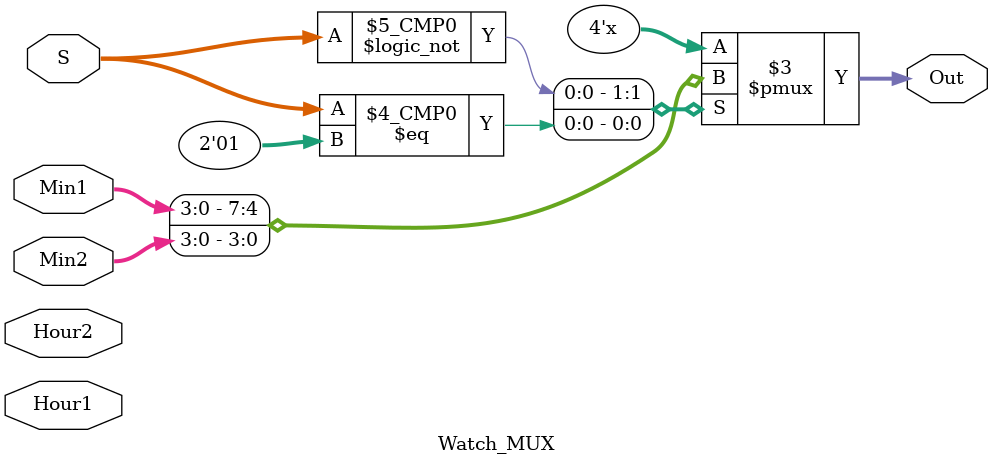
<source format=sv>
module Watch_MUX (Min1,Min2,Hour1,Hour2,S,Out); // Min1,Min2,Hour1,Hour2
input logic[3:0]Min1,Min2,Hour1,Hour2;  
input logic[1:0]S; // S is the selector signal from the high speed counter
output logic [3:0]Out;
always_comb
case(S)
00:Out=Min1;
01:Out=Min2;
10:Out=Hour1;
11:Out=Hour2;
endcase

endmodule

</source>
